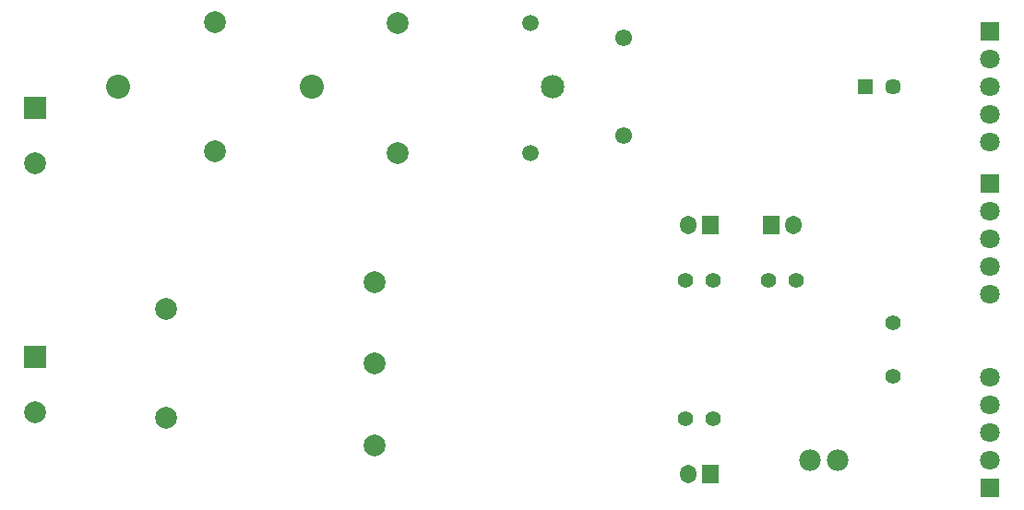
<source format=gbs>
G04*
G04 #@! TF.GenerationSoftware,Altium Limited,Altium Designer,21.4.1 (30)*
G04*
G04 Layer_Color=16711935*
%FSTAX24Y24*%
%MOIN*%
G70*
G04*
G04 #@! TF.SameCoordinates,1087EDB9-1C9E-4751-9A69-D70096B2919A*
G04*
G04*
G04 #@! TF.FilePolarity,Negative*
G04*
G01*
G75*
%ADD28R,0.0710X0.0710*%
%ADD29C,0.0710*%
%ADD30C,0.0552*%
%ADD31C,0.0867*%
%ADD32C,0.0789*%
%ADD33R,0.0789X0.0789*%
%ADD34C,0.0595*%
%ADD35C,0.0848*%
%ADD36O,0.0592X0.0671*%
%ADD37R,0.0592X0.0671*%
%ADD38C,0.0571*%
%ADD39R,0.0571X0.0571*%
%ADD40C,0.0611*%
%ADD41C,0.0780*%
D28*
X049Y03D02*
D03*
Y0135D02*
D03*
Y0245D02*
D03*
D29*
Y029D02*
D03*
Y028D02*
D03*
Y027D02*
D03*
Y026D02*
D03*
Y0145D02*
D03*
Y0155D02*
D03*
Y0165D02*
D03*
Y0175D02*
D03*
Y0235D02*
D03*
Y0225D02*
D03*
Y0215D02*
D03*
Y0205D02*
D03*
D30*
X0455Y017539D02*
D03*
Y019461D02*
D03*
X038Y021D02*
D03*
X039D02*
D03*
X042D02*
D03*
X041D02*
D03*
X038Y016D02*
D03*
X039D02*
D03*
D31*
X0245Y028D02*
D03*
X0175D02*
D03*
D32*
X021Y030323D02*
D03*
Y025677D02*
D03*
X0145Y01625D02*
D03*
Y02525D02*
D03*
X027598Y030315D02*
D03*
Y025591D02*
D03*
X02676Y018D02*
D03*
X01924Y019969D02*
D03*
Y016029D02*
D03*
X02676Y020953D02*
D03*
Y015047D02*
D03*
D33*
X0145Y01825D02*
D03*
Y02725D02*
D03*
D34*
X032402Y025591D02*
D03*
Y030315D02*
D03*
D35*
X033189Y028D02*
D03*
D36*
X038106Y023D02*
D03*
X041894D02*
D03*
X038106Y014D02*
D03*
D37*
X038894Y023D02*
D03*
X041106D02*
D03*
X038894Y014D02*
D03*
D38*
X0455Y028D02*
D03*
D39*
X0445D02*
D03*
D40*
X03575Y026228D02*
D03*
Y029772D02*
D03*
D41*
X0425Y0145D02*
D03*
X0435Y0145D02*
D03*
M02*

</source>
